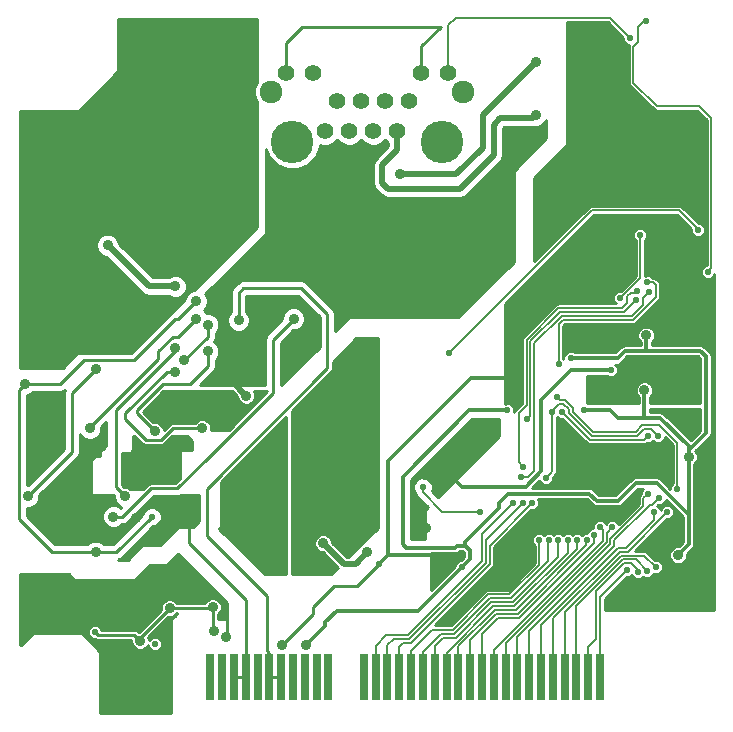
<source format=gbl>
G04 (created by PCBNEW (2013-jul-07)-stable) date Wed 09 Oct 2013 01:20:09 AM EDT*
%MOIN*%
G04 Gerber Fmt 3.4, Leading zero omitted, Abs format*
%FSLAX34Y34*%
G01*
G70*
G90*
G04 APERTURE LIST*
%ADD10C,0.00590551*%
%ADD11C,0.0472441*%
%ADD12R,0.0275X0.1574*%
%ADD13C,0.0551*%
%ADD14C,0.1417*%
%ADD15C,0.0757*%
%ADD16C,0.023*%
%ADD17C,0.035*%
%ADD18C,0.006*%
%ADD19C,0.0133858*%
%ADD20C,0.00984252*%
%ADD21C,0.01*%
%ADD22C,0.019685*%
%ADD23C,0.008*%
G04 APERTURE END LIST*
G54D10*
G54D11*
X84611Y-33245D02*
X84274Y-33357D01*
X83712Y-33357D01*
X83487Y-33245D01*
X83374Y-33132D01*
X83262Y-32907D01*
X83262Y-32682D01*
X83374Y-32457D01*
X83487Y-32345D01*
X83712Y-32232D01*
X84161Y-32120D01*
X84386Y-32007D01*
X84499Y-31895D01*
X84611Y-31670D01*
X84611Y-31445D01*
X84499Y-31220D01*
X84386Y-31107D01*
X84161Y-30995D01*
X83599Y-30995D01*
X83262Y-31107D01*
G54D12*
X77441Y-45787D03*
X77834Y-45787D03*
X78228Y-45787D03*
X78622Y-45787D03*
X79015Y-45787D03*
X79409Y-45787D03*
X79803Y-45787D03*
X80197Y-45787D03*
X80590Y-45787D03*
X80984Y-45787D03*
X81378Y-45787D03*
X82559Y-45787D03*
X82952Y-45787D03*
X83346Y-45787D03*
X83740Y-45787D03*
X84134Y-45787D03*
X84527Y-45787D03*
X84921Y-45787D03*
X85315Y-45787D03*
X85708Y-45787D03*
X86102Y-45787D03*
X86496Y-45787D03*
X86889Y-45787D03*
X87283Y-45787D03*
X87677Y-45787D03*
X88071Y-45787D03*
X88464Y-45787D03*
X88858Y-45787D03*
X89252Y-45787D03*
X89645Y-45787D03*
X90039Y-45787D03*
X90433Y-45787D03*
G54D13*
X84077Y-26602D03*
X83677Y-27602D03*
X83277Y-26602D03*
X82877Y-27602D03*
X82477Y-26602D03*
X82077Y-27602D03*
X81677Y-26602D03*
X81277Y-27602D03*
X85377Y-25652D03*
X84477Y-25652D03*
X80877Y-25652D03*
X79977Y-25652D03*
G54D14*
X85177Y-27952D03*
X80177Y-27952D03*
G54D15*
X79477Y-26282D03*
X85877Y-26282D03*
G54D16*
X91771Y-31062D03*
X91102Y-33149D03*
X87342Y-36909D03*
G54D17*
X91968Y-34409D03*
G54D16*
X89448Y-35157D03*
G54D17*
X93031Y-41732D03*
X80629Y-44724D03*
X93385Y-38464D03*
X91909Y-36240D03*
G54D16*
X89881Y-36909D03*
X85826Y-42125D03*
G54D17*
X84645Y-40826D03*
G54D16*
X90787Y-35570D03*
G54D17*
X77952Y-44448D03*
G54D16*
X75944Y-45433D03*
G54D17*
X71358Y-44291D03*
G54D16*
X75492Y-40452D03*
G54D17*
X73622Y-41633D03*
X76968Y-33267D03*
X71259Y-36023D03*
X76279Y-34842D03*
X74606Y-39763D03*
X77362Y-34940D03*
X75590Y-37598D03*
X73425Y-37500D03*
X76968Y-33858D03*
G54D16*
X87539Y-40000D03*
X87854Y-40000D03*
X88169Y-40000D03*
X88405Y-41240D03*
X88720Y-41240D03*
X89035Y-41240D03*
X89350Y-41240D03*
X89665Y-41240D03*
X89980Y-41240D03*
X90236Y-41062D03*
X90433Y-40807D03*
X90846Y-40807D03*
X92027Y-39685D03*
X92401Y-39822D03*
X92224Y-40295D03*
X92677Y-40295D03*
X92283Y-42125D03*
X92007Y-42263D03*
X91692Y-42283D03*
X91338Y-42224D03*
X93700Y-30905D03*
X85393Y-35000D03*
X84527Y-39468D03*
X86437Y-40295D03*
X91437Y-24507D03*
X88622Y-39173D03*
X88838Y-36948D03*
X92362Y-37755D03*
X92007Y-32637D03*
X89055Y-35354D03*
X88996Y-36476D03*
X93011Y-39527D03*
X92027Y-37755D03*
X89153Y-36948D03*
X91653Y-32913D03*
X87874Y-38779D03*
X87795Y-39133D03*
X92047Y-32952D03*
X91614Y-33228D03*
X87992Y-37204D03*
G54D17*
X78385Y-33897D03*
X74960Y-40511D03*
G54D16*
X73720Y-38385D03*
X72440Y-36909D03*
G54D17*
X77755Y-35531D03*
X78641Y-36417D03*
X76279Y-32775D03*
X74015Y-31397D03*
X76574Y-35236D03*
X77362Y-34055D03*
X71358Y-39763D03*
X73622Y-35531D03*
X77165Y-37500D03*
X76279Y-35629D03*
X75393Y-32086D03*
X76082Y-29330D03*
X73228Y-32677D03*
X73622Y-32677D03*
X74015Y-32677D03*
X74409Y-32677D03*
X74409Y-33070D03*
X74015Y-33070D03*
X73622Y-33070D03*
X73228Y-33070D03*
X77165Y-36548D03*
X76968Y-37106D03*
X76476Y-37106D03*
X75984Y-37106D03*
X75590Y-37106D03*
G54D16*
X87834Y-41456D03*
X93779Y-32913D03*
X91062Y-32322D03*
X92244Y-31692D03*
X93425Y-28858D03*
X91417Y-28346D03*
X83070Y-42027D03*
G54D17*
X93267Y-37362D03*
X79842Y-44724D03*
G54D16*
X85787Y-41732D03*
X75590Y-44685D03*
X91535Y-35354D03*
G54D17*
X90787Y-39527D03*
G54D16*
X90433Y-38425D03*
G54D17*
X94114Y-42165D03*
G54D16*
X94114Y-38877D03*
X87322Y-35826D03*
G54D17*
X82775Y-40059D03*
X82381Y-40059D03*
X81397Y-40059D03*
X80905Y-40157D03*
X81594Y-41043D03*
X82185Y-41043D03*
X81889Y-41338D03*
X81200Y-41338D03*
X82677Y-41633D03*
X88287Y-27066D03*
X74803Y-38582D03*
X75000Y-38090D03*
X76181Y-38090D03*
X76574Y-37992D03*
X88287Y-25295D03*
X83759Y-29035D03*
X77559Y-44251D03*
X77519Y-43464D03*
G54D16*
X73582Y-44291D03*
G54D17*
X76082Y-43503D03*
X75098Y-44586D03*
X79409Y-41692D03*
X78897Y-41653D03*
X78385Y-41220D03*
X78897Y-41220D03*
X79409Y-41220D03*
X74212Y-40452D03*
X80216Y-33858D03*
G54D16*
X91968Y-23937D03*
X94015Y-32283D03*
G54D18*
X91771Y-32480D02*
X91771Y-31062D01*
X91102Y-33149D02*
X91771Y-32480D01*
G54D19*
X83858Y-39114D02*
X86062Y-36909D01*
X83971Y-41484D02*
X83858Y-41371D01*
X85582Y-41484D02*
X83971Y-41484D01*
X85649Y-41417D02*
X85582Y-41484D01*
X85925Y-41417D02*
X85649Y-41417D01*
X87342Y-36909D02*
X86062Y-36909D01*
X83858Y-41371D02*
X83858Y-39114D01*
X85925Y-41417D02*
X85925Y-41279D01*
X85925Y-41279D02*
X87047Y-40157D01*
X87047Y-40157D02*
X87047Y-40000D01*
X87047Y-40000D02*
X87362Y-39685D01*
X87362Y-39685D02*
X90078Y-39685D01*
X90078Y-39685D02*
X90314Y-39921D01*
X90314Y-39921D02*
X91023Y-39921D01*
X91023Y-39921D02*
X91614Y-39330D01*
X91614Y-39330D02*
X92322Y-39330D01*
X92322Y-39330D02*
X93385Y-40393D01*
X91968Y-34409D02*
X91968Y-34921D01*
G54D18*
X89409Y-35157D02*
X89448Y-35157D01*
G54D19*
X91023Y-35157D02*
X89448Y-35157D01*
X91023Y-35157D02*
X91259Y-34921D01*
X91259Y-34921D02*
X91968Y-34921D01*
X93385Y-38228D02*
X93385Y-38236D01*
X91968Y-34921D02*
X93779Y-34921D01*
X93779Y-34921D02*
X93964Y-35106D01*
X93964Y-35106D02*
X93964Y-37657D01*
X93964Y-37657D02*
X93385Y-38236D01*
X86082Y-41870D02*
X85826Y-42125D01*
X86082Y-41870D02*
X86082Y-41574D01*
X86082Y-41574D02*
X85925Y-41417D01*
X93031Y-41732D02*
X93385Y-41377D01*
X93385Y-41377D02*
X93385Y-40393D01*
X93385Y-40393D02*
X93385Y-38464D01*
X84370Y-43582D02*
X85826Y-42125D01*
X81653Y-43582D02*
X84370Y-43582D01*
X81259Y-43976D02*
X81653Y-43582D01*
X81259Y-44094D02*
X81259Y-43976D01*
X80629Y-44724D02*
X81259Y-44094D01*
X91909Y-36240D02*
X91909Y-37165D01*
X91909Y-37165D02*
X91889Y-37165D01*
X93385Y-38228D02*
X93385Y-38110D01*
X92440Y-37165D02*
X91889Y-37165D01*
X93385Y-38110D02*
X92440Y-37165D01*
X91023Y-37165D02*
X91889Y-37165D01*
X90767Y-36909D02*
X91023Y-37165D01*
X89881Y-36909D02*
X90767Y-36909D01*
X93385Y-38464D02*
X93385Y-38228D01*
X90787Y-35570D02*
X89468Y-35570D01*
X88464Y-36574D02*
X88464Y-36614D01*
X84173Y-39370D02*
X84173Y-40354D01*
X84173Y-40354D02*
X84645Y-40826D01*
X88464Y-38405D02*
X88464Y-38937D01*
X88464Y-36614D02*
X88464Y-38405D01*
X84527Y-39015D02*
X84173Y-39370D01*
X85393Y-39015D02*
X84527Y-39015D01*
X85826Y-39448D02*
X85393Y-39015D01*
X87952Y-39448D02*
X85826Y-39448D01*
X88464Y-38937D02*
X87952Y-39448D01*
X89468Y-35570D02*
X88464Y-36574D01*
G54D20*
X77677Y-43110D02*
X77992Y-43425D01*
X75295Y-43602D02*
X75787Y-43110D01*
X77677Y-43110D02*
X75787Y-43110D01*
X73307Y-43602D02*
X75295Y-43602D01*
X77992Y-44409D02*
X77952Y-44448D01*
X77992Y-43425D02*
X77992Y-44409D01*
X77952Y-44448D02*
X77972Y-44429D01*
X73307Y-43602D02*
X73307Y-44370D01*
X74370Y-45433D02*
X75944Y-45433D01*
X73307Y-44370D02*
X74370Y-45433D01*
X72047Y-43602D02*
X73307Y-43602D01*
X71358Y-44291D02*
X72047Y-43602D01*
X76377Y-33858D02*
X76279Y-33858D01*
X72440Y-36023D02*
X71259Y-36023D01*
X73228Y-35236D02*
X72440Y-36023D01*
X74901Y-35236D02*
X73228Y-35236D01*
X76279Y-33858D02*
X74901Y-35236D01*
X74311Y-41633D02*
X73622Y-41633D01*
X75492Y-40452D02*
X74311Y-41633D01*
G54D21*
X73622Y-41633D02*
X72165Y-41633D01*
X72165Y-41633D02*
X71062Y-40531D01*
X71062Y-40531D02*
X71062Y-36220D01*
X71062Y-36220D02*
X71259Y-36023D01*
X76968Y-33267D02*
X76377Y-33858D01*
X76279Y-34842D02*
X76279Y-34940D01*
X74311Y-39468D02*
X74606Y-39763D01*
X74311Y-36909D02*
X74311Y-39468D01*
X76279Y-34940D02*
X74311Y-36909D01*
X77362Y-35433D02*
X77362Y-34940D01*
X75866Y-36043D02*
X75000Y-36909D01*
X76751Y-36043D02*
X75866Y-36043D01*
X75590Y-37598D02*
X75000Y-37007D01*
X75000Y-37007D02*
X75000Y-36909D01*
X76751Y-36043D02*
X77362Y-35433D01*
X73425Y-37470D02*
X73425Y-37500D01*
X75688Y-35206D02*
X73425Y-37470D01*
X75688Y-34940D02*
X75688Y-35206D01*
X76181Y-34448D02*
X75688Y-34940D01*
X76377Y-34448D02*
X76181Y-34448D01*
X76968Y-33858D02*
X76377Y-34448D01*
X85137Y-24114D02*
X80511Y-24114D01*
X79977Y-24648D02*
X79977Y-25652D01*
X80511Y-24114D02*
X79977Y-24648D01*
G54D20*
X84477Y-24774D02*
X85137Y-24114D01*
X84477Y-25652D02*
X84477Y-24774D01*
G54D18*
X82952Y-44763D02*
X82952Y-45787D01*
X83307Y-44409D02*
X82952Y-44763D01*
X84015Y-44409D02*
X83307Y-44409D01*
X86496Y-41929D02*
X84015Y-44409D01*
X86496Y-41043D02*
X86496Y-41929D01*
X87539Y-40000D02*
X86496Y-41043D01*
X83346Y-44743D02*
X83346Y-45787D01*
X83551Y-44539D02*
X83346Y-44743D01*
X84069Y-44539D02*
X83551Y-44539D01*
X86626Y-41982D02*
X84069Y-44539D01*
X86626Y-41228D02*
X86626Y-41982D01*
X87854Y-40000D02*
X86626Y-41228D01*
X83740Y-44802D02*
X83740Y-45787D01*
X83873Y-44669D02*
X83740Y-44802D01*
X84123Y-44669D02*
X83873Y-44669D01*
X86756Y-42036D02*
X84123Y-44669D01*
X86756Y-41413D02*
X86756Y-42036D01*
X88169Y-40000D02*
X86756Y-41413D01*
X84134Y-44940D02*
X84134Y-45787D01*
X84846Y-44228D02*
X84134Y-44940D01*
X85515Y-44228D02*
X84846Y-44228D01*
X86704Y-43038D02*
X85515Y-44228D01*
X87413Y-43038D02*
X86704Y-43038D01*
X88405Y-42046D02*
X87413Y-43038D01*
X88405Y-41240D02*
X88405Y-42046D01*
X88405Y-41240D02*
X88405Y-41240D01*
X84527Y-44973D02*
X84527Y-45787D01*
X85143Y-44358D02*
X84527Y-44973D01*
X85569Y-44358D02*
X85143Y-44358D01*
X86758Y-43168D02*
X85569Y-44358D01*
X87466Y-43168D02*
X86758Y-43168D01*
X88713Y-41922D02*
X87466Y-43168D01*
X88713Y-41247D02*
X88713Y-41922D01*
X88720Y-41240D02*
X88713Y-41247D01*
X84921Y-44763D02*
X84921Y-45787D01*
X85196Y-44488D02*
X84921Y-44763D01*
X85622Y-44488D02*
X85196Y-44488D01*
X86812Y-43298D02*
X85622Y-44488D01*
X87520Y-43298D02*
X86812Y-43298D01*
X89031Y-41787D02*
X87520Y-43298D01*
X89031Y-41243D02*
X89031Y-41787D01*
X89035Y-41240D02*
X89031Y-41243D01*
X85315Y-44979D02*
X85315Y-45787D01*
X86866Y-43428D02*
X85315Y-44979D01*
X87574Y-43428D02*
X86866Y-43428D01*
X89350Y-41653D02*
X87574Y-43428D01*
X89350Y-41240D02*
X89350Y-41653D01*
X89350Y-41240D02*
X89350Y-41240D01*
X85708Y-45787D02*
X85708Y-44769D01*
X87628Y-43558D02*
X86919Y-43558D01*
X89668Y-41518D02*
X87628Y-43558D01*
X89668Y-41243D02*
X89668Y-41518D01*
X89665Y-41240D02*
X89668Y-41243D01*
X85708Y-44769D02*
X86919Y-43558D01*
X87682Y-43688D02*
X87500Y-43688D01*
X89967Y-41404D02*
X87682Y-43688D01*
X89967Y-41253D02*
X89967Y-41404D01*
X89980Y-41240D02*
X89967Y-41253D01*
X86102Y-44559D02*
X86102Y-45787D01*
X86973Y-43688D02*
X86102Y-44559D01*
X87500Y-43688D02*
X86973Y-43688D01*
X86496Y-44349D02*
X86496Y-45787D01*
X87027Y-43818D02*
X86496Y-44349D01*
X87736Y-43818D02*
X87027Y-43818D01*
X90236Y-41318D02*
X87736Y-43818D01*
X90236Y-41062D02*
X90236Y-41318D01*
X86889Y-44887D02*
X86889Y-45787D01*
X90518Y-41258D02*
X86889Y-44887D01*
X90518Y-40892D02*
X90518Y-41258D01*
X90433Y-40807D02*
X90518Y-40892D01*
X87283Y-44677D02*
X87283Y-45787D01*
X90648Y-41312D02*
X87283Y-44677D01*
X90648Y-41005D02*
X90648Y-41312D01*
X90846Y-40807D02*
X90648Y-41005D01*
X87677Y-44467D02*
X87677Y-45787D01*
X90778Y-41366D02*
X87677Y-44467D01*
X90778Y-41183D02*
X90778Y-41366D01*
X91876Y-40085D02*
X90778Y-41183D01*
X91876Y-39836D02*
X91876Y-40085D01*
X92027Y-39685D02*
X91876Y-39836D01*
X88071Y-44257D02*
X88071Y-45787D01*
X90908Y-41420D02*
X88071Y-44257D01*
X90908Y-41237D02*
X90908Y-41420D01*
X92086Y-40059D02*
X90908Y-41237D01*
X92165Y-40059D02*
X92086Y-40059D01*
X92401Y-39822D02*
X92165Y-40059D01*
X88464Y-44047D02*
X88464Y-45787D01*
X91028Y-41484D02*
X88464Y-44047D01*
X91304Y-41484D02*
X91028Y-41484D01*
X92221Y-40567D02*
X91304Y-41484D01*
X92221Y-40298D02*
X92221Y-40567D01*
X92224Y-40295D02*
X92221Y-40298D01*
X88858Y-43837D02*
X88858Y-45787D01*
X91082Y-41614D02*
X88858Y-43837D01*
X91358Y-41614D02*
X91082Y-41614D01*
X92677Y-40295D02*
X91358Y-41614D01*
X89252Y-43627D02*
X89252Y-45787D01*
X91132Y-41747D02*
X89252Y-43627D01*
X91905Y-41747D02*
X91132Y-41747D01*
X92283Y-42125D02*
X91905Y-41747D01*
X89645Y-43418D02*
X89645Y-45787D01*
X91186Y-41877D02*
X89645Y-43418D01*
X91621Y-41877D02*
X91186Y-41877D01*
X92007Y-42263D02*
X91621Y-41877D01*
X90039Y-44802D02*
X90039Y-45787D01*
X90303Y-44538D02*
X90039Y-44802D01*
X90303Y-42944D02*
X90303Y-44538D01*
X91240Y-42007D02*
X90303Y-42944D01*
X91476Y-42007D02*
X91240Y-42007D01*
X91692Y-42224D02*
X91476Y-42007D01*
X91692Y-42283D02*
X91692Y-42224D01*
X90433Y-43129D02*
X90433Y-45787D01*
X91338Y-42224D02*
X90433Y-43129D01*
X93700Y-30866D02*
X93700Y-30905D01*
X93070Y-30236D02*
X93700Y-30866D01*
X90157Y-30236D02*
X93070Y-30236D01*
X85393Y-35000D02*
X90157Y-30236D01*
X85177Y-40295D02*
X84527Y-39645D01*
X84527Y-39645D02*
X84527Y-39468D01*
X86437Y-40295D02*
X85177Y-40295D01*
X85377Y-24071D02*
X85377Y-25652D01*
X85629Y-23818D02*
X85377Y-24071D01*
X90748Y-23818D02*
X85629Y-23818D01*
X91437Y-24507D02*
X90748Y-23818D01*
X88622Y-39173D02*
X88838Y-38956D01*
X88838Y-38937D02*
X88838Y-36948D01*
X88838Y-36929D02*
X88838Y-36948D01*
X89074Y-36692D02*
X88838Y-36929D01*
X89212Y-36692D02*
X89074Y-36692D01*
X89389Y-36870D02*
X89212Y-36692D01*
X89389Y-37001D02*
X89389Y-36870D01*
X90152Y-37763D02*
X89389Y-37001D01*
X91673Y-37763D02*
X90152Y-37763D01*
X91897Y-37539D02*
X91673Y-37763D01*
X92145Y-37539D02*
X91897Y-37539D01*
X92362Y-37755D02*
X92145Y-37539D01*
X92007Y-32637D02*
X92204Y-32637D01*
X92204Y-32637D02*
X92283Y-32716D01*
X92283Y-32716D02*
X92283Y-33136D01*
X92283Y-33136D02*
X91538Y-33882D01*
X91538Y-33882D02*
X89202Y-33882D01*
X89202Y-33882D02*
X89055Y-34029D01*
X89055Y-34029D02*
X89055Y-35354D01*
X89082Y-36562D02*
X88996Y-36476D01*
X89266Y-36562D02*
X89082Y-36562D01*
X89519Y-36816D02*
X89266Y-36562D01*
X89519Y-36947D02*
X89519Y-36816D01*
X90206Y-37633D02*
X89519Y-36947D01*
X91619Y-37633D02*
X90206Y-37633D01*
X91843Y-37409D02*
X91619Y-37633D01*
X92409Y-37409D02*
X91843Y-37409D01*
X93011Y-38011D02*
X92409Y-37409D01*
X93011Y-39527D02*
X93011Y-38011D01*
X92027Y-37755D02*
X91889Y-37893D01*
X91889Y-37893D02*
X90098Y-37893D01*
X90098Y-37893D02*
X89153Y-36948D01*
X87980Y-34552D02*
X87980Y-36744D01*
X91653Y-32913D02*
X91574Y-32992D01*
X91574Y-32992D02*
X91456Y-32992D01*
X91456Y-32992D02*
X91338Y-33110D01*
X91338Y-33110D02*
X91338Y-33320D01*
X91338Y-33320D02*
X91166Y-33492D01*
X91166Y-33492D02*
X89040Y-33492D01*
X89040Y-33492D02*
X87980Y-34552D01*
X87716Y-38622D02*
X87874Y-38779D01*
X87716Y-37007D02*
X87716Y-38622D01*
X87980Y-36744D02*
X87716Y-37007D01*
X88031Y-39133D02*
X87795Y-39133D01*
X88240Y-38925D02*
X88031Y-39133D01*
X88240Y-34660D02*
X88240Y-38925D01*
X89148Y-33752D02*
X88240Y-34660D01*
X91484Y-33752D02*
X89148Y-33752D01*
X91850Y-33385D02*
X91484Y-33752D01*
X91850Y-33149D02*
X91850Y-33385D01*
X92047Y-32952D02*
X91850Y-33149D01*
X88110Y-34606D02*
X88110Y-37086D01*
X91614Y-33228D02*
X91220Y-33622D01*
X91220Y-33622D02*
X89094Y-33622D01*
X89094Y-33622D02*
X88110Y-34606D01*
X88110Y-37086D02*
X87992Y-37204D01*
G54D20*
X79409Y-45787D02*
X79409Y-45000D01*
X79409Y-45000D02*
X79330Y-44921D01*
X79330Y-44921D02*
X79330Y-43110D01*
X79330Y-43110D02*
X77322Y-41102D01*
X77322Y-41102D02*
X77322Y-39527D01*
X77322Y-39527D02*
X81338Y-35511D01*
X81338Y-35511D02*
X81338Y-33700D01*
X81338Y-33700D02*
X80472Y-32834D01*
X80472Y-32834D02*
X78543Y-32834D01*
X78543Y-32834D02*
X78385Y-32992D01*
X78385Y-32992D02*
X78385Y-33897D01*
X79803Y-45787D02*
X79409Y-45787D01*
X78622Y-45787D02*
X78622Y-43229D01*
X76062Y-39960D02*
X75433Y-39960D01*
X75433Y-39960D02*
X74960Y-40433D01*
X74960Y-40433D02*
X74960Y-40511D01*
X76732Y-40629D02*
X76062Y-39960D01*
X76732Y-41338D02*
X76732Y-40629D01*
X78622Y-43229D02*
X76732Y-41338D01*
X78228Y-45787D02*
X78622Y-45787D01*
G54D22*
X78641Y-36417D02*
X77755Y-35531D01*
X75393Y-32775D02*
X76279Y-32775D01*
X74015Y-31397D02*
X75393Y-32775D01*
G54D21*
X76574Y-35236D02*
X77362Y-34448D01*
X77362Y-34448D02*
X77362Y-34055D01*
X72834Y-38287D02*
X72834Y-36318D01*
X71358Y-39763D02*
X72834Y-38287D01*
X72834Y-36318D02*
X73622Y-35531D01*
G54D20*
X77165Y-37500D02*
X76181Y-37500D01*
X76181Y-37500D02*
X75787Y-37893D01*
G54D21*
X75984Y-35629D02*
X74606Y-37007D01*
X74606Y-37007D02*
X74606Y-37204D01*
G54D20*
X75787Y-37893D02*
X75295Y-37893D01*
X75295Y-37893D02*
X74606Y-37204D01*
G54D21*
X76279Y-35629D02*
X75984Y-35629D01*
G54D22*
X75393Y-30314D02*
X75393Y-30019D01*
X75393Y-30314D02*
X75393Y-32086D01*
X75393Y-30019D02*
X76082Y-29330D01*
G54D20*
X73622Y-32677D02*
X73228Y-32677D01*
X74409Y-32677D02*
X74015Y-32677D01*
X74015Y-33070D02*
X74409Y-33070D01*
X73228Y-33070D02*
X73622Y-33070D01*
X77165Y-36548D02*
X77165Y-36515D01*
X76476Y-37106D02*
X76968Y-37106D01*
X75590Y-37106D02*
X75984Y-37106D01*
G54D18*
X87322Y-35826D02*
X87322Y-33976D01*
X88976Y-32322D02*
X91062Y-32322D01*
X87322Y-33976D02*
X88976Y-32322D01*
X94192Y-34842D02*
X94192Y-33326D01*
G54D19*
X94192Y-34842D02*
X94192Y-38799D01*
X94114Y-38877D02*
X94192Y-38799D01*
G54D18*
X94192Y-33326D02*
X93779Y-32913D01*
X92559Y-31692D02*
X93779Y-32913D01*
X92559Y-31692D02*
X92244Y-31692D01*
X92244Y-30748D02*
X92244Y-31692D01*
X91062Y-32322D02*
X91259Y-32125D01*
X91259Y-32125D02*
X91259Y-30905D01*
X91259Y-30905D02*
X91496Y-30669D01*
X91496Y-30669D02*
X92165Y-30669D01*
X92165Y-30669D02*
X92244Y-30748D01*
X92913Y-28346D02*
X91417Y-28346D01*
X93425Y-28858D02*
X92913Y-28346D01*
G54D19*
X83366Y-41732D02*
X83366Y-38602D01*
X86141Y-35826D02*
X87322Y-35826D01*
X83366Y-38602D02*
X86141Y-35826D01*
G54D20*
X82342Y-42755D02*
X83070Y-42027D01*
X81574Y-42755D02*
X82342Y-42755D01*
X80866Y-43464D02*
X81574Y-42755D01*
X80866Y-43700D02*
X80866Y-43464D01*
X79842Y-44724D02*
X80866Y-43700D01*
G54D18*
X83602Y-41732D02*
X83661Y-41732D01*
G54D19*
X85216Y-41732D02*
X83661Y-41732D01*
X85216Y-41732D02*
X85787Y-41732D01*
X83661Y-41732D02*
X83543Y-41732D01*
X83543Y-41732D02*
X83366Y-41732D01*
X83366Y-41732D02*
X83070Y-42027D01*
G54D23*
X90787Y-39527D02*
X90433Y-39173D01*
X90433Y-39173D02*
X90433Y-38425D01*
G54D19*
X94114Y-38877D02*
X94114Y-42165D01*
G54D22*
X82381Y-40059D02*
X82775Y-40059D01*
X81003Y-40059D02*
X81397Y-40059D01*
X80905Y-40157D02*
X81003Y-40059D01*
X81889Y-41338D02*
X82185Y-41043D01*
X82283Y-42027D02*
X81889Y-42027D01*
X81889Y-42027D02*
X81200Y-41338D01*
X82677Y-41633D02*
X82283Y-42027D01*
X88287Y-27066D02*
X88188Y-27165D01*
X88188Y-27165D02*
X87106Y-27165D01*
X87106Y-27165D02*
X86889Y-27381D01*
X86889Y-27381D02*
X86889Y-28405D01*
X86889Y-28405D02*
X85767Y-29527D01*
X85767Y-29527D02*
X83366Y-29527D01*
X83366Y-29527D02*
X83169Y-29330D01*
X83169Y-29330D02*
X83169Y-28740D01*
X83169Y-28740D02*
X83677Y-28232D01*
X83677Y-28232D02*
X83677Y-27602D01*
G54D20*
X74803Y-38287D02*
X74803Y-38582D01*
X75000Y-38090D02*
X74803Y-38287D01*
X76476Y-38090D02*
X76181Y-38090D01*
X76574Y-37992D02*
X76476Y-38090D01*
G54D22*
X88287Y-25295D02*
X86515Y-27066D01*
X86515Y-27066D02*
X86515Y-28149D01*
X86515Y-28149D02*
X85629Y-29035D01*
X85629Y-29035D02*
X83759Y-29035D01*
G54D20*
X77519Y-44015D02*
X77519Y-44212D01*
X77519Y-44015D02*
X77519Y-43464D01*
X77519Y-44212D02*
X77559Y-44251D01*
X77480Y-43503D02*
X76082Y-43503D01*
X77519Y-43464D02*
X77480Y-43503D01*
X74901Y-44389D02*
X75098Y-44586D01*
X73681Y-44389D02*
X74901Y-44389D01*
X73582Y-44291D02*
X73681Y-44389D01*
X75098Y-44586D02*
X75098Y-44488D01*
X75098Y-44488D02*
X76082Y-43503D01*
G54D19*
X78897Y-41220D02*
X78897Y-41653D01*
X78897Y-41220D02*
X79409Y-41220D01*
G54D20*
X75452Y-39507D02*
X76338Y-39507D01*
X76338Y-39507D02*
X77362Y-38484D01*
G54D21*
X74507Y-40452D02*
X75452Y-39507D01*
X74212Y-40452D02*
X74507Y-40452D01*
X79527Y-34547D02*
X80216Y-33858D01*
X79527Y-36318D02*
X79527Y-34547D01*
X77362Y-38484D02*
X79527Y-36318D01*
G54D18*
X91968Y-23937D02*
X91889Y-23937D01*
X91692Y-24133D02*
X91692Y-24645D01*
X91889Y-23937D02*
X91692Y-24133D01*
X94133Y-30511D02*
X94133Y-32165D01*
X91692Y-24645D02*
X91535Y-24803D01*
X91535Y-24803D02*
X91535Y-25984D01*
X91535Y-25984D02*
X92322Y-26771D01*
X92322Y-26771D02*
X93740Y-26771D01*
X94133Y-30511D02*
X94133Y-27165D01*
X93740Y-26771D02*
X94133Y-27165D01*
X94133Y-32165D02*
X94015Y-32283D01*
G54D10*
G36*
X85895Y-41792D02*
X85797Y-41890D01*
X85780Y-41890D01*
X85693Y-41926D01*
X85627Y-41992D01*
X85591Y-42079D01*
X85591Y-42096D01*
X84794Y-42894D01*
X84794Y-41671D01*
X85582Y-41671D01*
X85654Y-41656D01*
X85714Y-41616D01*
X85727Y-41604D01*
X85847Y-41604D01*
X85895Y-41652D01*
X85895Y-41792D01*
X85895Y-41792D01*
G37*
G54D21*
X85895Y-41792D02*
X85797Y-41890D01*
X85780Y-41890D01*
X85693Y-41926D01*
X85627Y-41992D01*
X85591Y-42079D01*
X85591Y-42096D01*
X84794Y-42894D01*
X84794Y-41671D01*
X85582Y-41671D01*
X85654Y-41656D01*
X85714Y-41616D01*
X85727Y-41604D01*
X85847Y-41604D01*
X85895Y-41652D01*
X85895Y-41792D01*
G54D10*
G36*
X91862Y-39517D02*
X91828Y-39551D01*
X91792Y-39638D01*
X91792Y-39707D01*
X91770Y-39729D01*
X91737Y-39778D01*
X91726Y-39836D01*
X91726Y-40023D01*
X91054Y-40695D01*
X91045Y-40674D01*
X90979Y-40607D01*
X90893Y-40572D01*
X90799Y-40572D01*
X90713Y-40607D01*
X90647Y-40673D01*
X90639Y-40692D01*
X90632Y-40674D01*
X90566Y-40607D01*
X90480Y-40572D01*
X90386Y-40572D01*
X90300Y-40607D01*
X90233Y-40673D01*
X90198Y-40760D01*
X90198Y-40827D01*
X90189Y-40827D01*
X90103Y-40863D01*
X90037Y-40929D01*
X90005Y-41005D01*
X89933Y-41005D01*
X89847Y-41040D01*
X89822Y-41065D01*
X89798Y-41041D01*
X89712Y-41005D01*
X89618Y-41005D01*
X89532Y-41040D01*
X89507Y-41065D01*
X89483Y-41041D01*
X89397Y-41005D01*
X89303Y-41005D01*
X89217Y-41040D01*
X89192Y-41065D01*
X89168Y-41041D01*
X89082Y-41005D01*
X88988Y-41005D01*
X88902Y-41040D01*
X88877Y-41065D01*
X88853Y-41041D01*
X88767Y-41005D01*
X88673Y-41005D01*
X88587Y-41040D01*
X88563Y-41065D01*
X88538Y-41041D01*
X88452Y-41005D01*
X88358Y-41005D01*
X88272Y-41040D01*
X88206Y-41106D01*
X88170Y-41193D01*
X88170Y-41286D01*
X88206Y-41373D01*
X88255Y-41422D01*
X88255Y-41984D01*
X87351Y-42888D01*
X86704Y-42888D01*
X86647Y-42900D01*
X86598Y-42932D01*
X86598Y-42932D01*
X85453Y-44078D01*
X84926Y-44078D01*
X86862Y-42142D01*
X86862Y-42142D01*
X86862Y-42142D01*
X86894Y-42094D01*
X86894Y-42094D01*
X86906Y-42036D01*
X86906Y-41475D01*
X88146Y-40234D01*
X88215Y-40235D01*
X88302Y-40199D01*
X88368Y-40133D01*
X88404Y-40046D01*
X88404Y-39953D01*
X88370Y-39871D01*
X90001Y-39871D01*
X90182Y-40053D01*
X90243Y-40093D01*
X90314Y-40108D01*
X91023Y-40108D01*
X91095Y-40093D01*
X91155Y-40053D01*
X91691Y-39517D01*
X91862Y-39517D01*
X91862Y-39517D01*
G37*
G54D21*
X91862Y-39517D02*
X91828Y-39551D01*
X91792Y-39638D01*
X91792Y-39707D01*
X91770Y-39729D01*
X91737Y-39778D01*
X91726Y-39836D01*
X91726Y-40023D01*
X91054Y-40695D01*
X91045Y-40674D01*
X90979Y-40607D01*
X90893Y-40572D01*
X90799Y-40572D01*
X90713Y-40607D01*
X90647Y-40673D01*
X90639Y-40692D01*
X90632Y-40674D01*
X90566Y-40607D01*
X90480Y-40572D01*
X90386Y-40572D01*
X90300Y-40607D01*
X90233Y-40673D01*
X90198Y-40760D01*
X90198Y-40827D01*
X90189Y-40827D01*
X90103Y-40863D01*
X90037Y-40929D01*
X90005Y-41005D01*
X89933Y-41005D01*
X89847Y-41040D01*
X89822Y-41065D01*
X89798Y-41041D01*
X89712Y-41005D01*
X89618Y-41005D01*
X89532Y-41040D01*
X89507Y-41065D01*
X89483Y-41041D01*
X89397Y-41005D01*
X89303Y-41005D01*
X89217Y-41040D01*
X89192Y-41065D01*
X89168Y-41041D01*
X89082Y-41005D01*
X88988Y-41005D01*
X88902Y-41040D01*
X88877Y-41065D01*
X88853Y-41041D01*
X88767Y-41005D01*
X88673Y-41005D01*
X88587Y-41040D01*
X88563Y-41065D01*
X88538Y-41041D01*
X88452Y-41005D01*
X88358Y-41005D01*
X88272Y-41040D01*
X88206Y-41106D01*
X88170Y-41193D01*
X88170Y-41286D01*
X88206Y-41373D01*
X88255Y-41422D01*
X88255Y-41984D01*
X87351Y-42888D01*
X86704Y-42888D01*
X86647Y-42900D01*
X86598Y-42932D01*
X86598Y-42932D01*
X85453Y-44078D01*
X84926Y-44078D01*
X86862Y-42142D01*
X86862Y-42142D01*
X86862Y-42142D01*
X86894Y-42094D01*
X86894Y-42094D01*
X86906Y-42036D01*
X86906Y-41475D01*
X88146Y-40234D01*
X88215Y-40235D01*
X88302Y-40199D01*
X88368Y-40133D01*
X88404Y-40046D01*
X88404Y-39953D01*
X88370Y-39871D01*
X90001Y-39871D01*
X90182Y-40053D01*
X90243Y-40093D01*
X90314Y-40108D01*
X91023Y-40108D01*
X91095Y-40093D01*
X91155Y-40053D01*
X91691Y-39517D01*
X91862Y-39517D01*
G54D10*
G36*
X92861Y-39345D02*
X92812Y-39394D01*
X92776Y-39480D01*
X92776Y-39520D01*
X92455Y-39198D01*
X92394Y-39158D01*
X92322Y-39143D01*
X91614Y-39143D01*
X91542Y-39158D01*
X91481Y-39198D01*
X90946Y-39734D01*
X90392Y-39734D01*
X90210Y-39552D01*
X90150Y-39512D01*
X90078Y-39498D01*
X88167Y-39498D01*
X88404Y-39261D01*
X88422Y-39306D01*
X88488Y-39372D01*
X88575Y-39408D01*
X88668Y-39408D01*
X88754Y-39372D01*
X88821Y-39306D01*
X88857Y-39220D01*
X88857Y-39150D01*
X88944Y-39062D01*
X88977Y-39014D01*
X88988Y-38956D01*
X88986Y-38946D01*
X88988Y-38937D01*
X88988Y-37131D01*
X88996Y-37123D01*
X89020Y-37147D01*
X89106Y-37183D01*
X89176Y-37183D01*
X89992Y-37999D01*
X89992Y-37999D01*
X90041Y-38032D01*
X90041Y-38032D01*
X90098Y-38043D01*
X91889Y-38043D01*
X91947Y-38032D01*
X91947Y-38032D01*
X91995Y-37999D01*
X92004Y-37990D01*
X92074Y-37990D01*
X92160Y-37955D01*
X92194Y-37920D01*
X92228Y-37955D01*
X92315Y-37990D01*
X92408Y-37990D01*
X92495Y-37955D01*
X92561Y-37889D01*
X92595Y-37807D01*
X92861Y-38073D01*
X92861Y-39345D01*
X92861Y-39345D01*
G37*
G54D21*
X92861Y-39345D02*
X92812Y-39394D01*
X92776Y-39480D01*
X92776Y-39520D01*
X92455Y-39198D01*
X92394Y-39158D01*
X92322Y-39143D01*
X91614Y-39143D01*
X91542Y-39158D01*
X91481Y-39198D01*
X90946Y-39734D01*
X90392Y-39734D01*
X90210Y-39552D01*
X90150Y-39512D01*
X90078Y-39498D01*
X88167Y-39498D01*
X88404Y-39261D01*
X88422Y-39306D01*
X88488Y-39372D01*
X88575Y-39408D01*
X88668Y-39408D01*
X88754Y-39372D01*
X88821Y-39306D01*
X88857Y-39220D01*
X88857Y-39150D01*
X88944Y-39062D01*
X88977Y-39014D01*
X88988Y-38956D01*
X88986Y-38946D01*
X88988Y-38937D01*
X88988Y-37131D01*
X88996Y-37123D01*
X89020Y-37147D01*
X89106Y-37183D01*
X89176Y-37183D01*
X89992Y-37999D01*
X89992Y-37999D01*
X90041Y-38032D01*
X90041Y-38032D01*
X90098Y-38043D01*
X91889Y-38043D01*
X91947Y-38032D01*
X91947Y-38032D01*
X91995Y-37999D01*
X92004Y-37990D01*
X92074Y-37990D01*
X92160Y-37955D01*
X92194Y-37920D01*
X92228Y-37955D01*
X92315Y-37990D01*
X92408Y-37990D01*
X92495Y-37955D01*
X92561Y-37889D01*
X92595Y-37807D01*
X92861Y-38073D01*
X92861Y-39345D01*
G54D10*
G36*
X93777Y-37580D02*
X93448Y-37908D01*
X92573Y-37033D01*
X92512Y-36992D01*
X92440Y-36978D01*
X92096Y-36978D01*
X92096Y-36861D01*
X93777Y-36861D01*
X93777Y-37580D01*
X93777Y-37580D01*
G37*
G54D21*
X93777Y-37580D02*
X93448Y-37908D01*
X92573Y-37033D01*
X92512Y-36992D01*
X92440Y-36978D01*
X92096Y-36978D01*
X92096Y-36861D01*
X93777Y-36861D01*
X93777Y-37580D01*
G54D10*
G36*
X94241Y-43552D02*
X94144Y-43552D01*
X94094Y-43552D01*
X90583Y-43552D01*
X90583Y-43191D01*
X91315Y-42459D01*
X91385Y-42459D01*
X91471Y-42423D01*
X91489Y-42406D01*
X91493Y-42416D01*
X91559Y-42482D01*
X91645Y-42518D01*
X91739Y-42518D01*
X91825Y-42482D01*
X91860Y-42448D01*
X91874Y-42462D01*
X91960Y-42498D01*
X92054Y-42498D01*
X92140Y-42463D01*
X92206Y-42397D01*
X92224Y-42355D01*
X92236Y-42360D01*
X92330Y-42361D01*
X92416Y-42325D01*
X92482Y-42259D01*
X92518Y-42172D01*
X92518Y-42079D01*
X92482Y-41993D01*
X92416Y-41926D01*
X92330Y-41891D01*
X92260Y-41890D01*
X92011Y-41641D01*
X91962Y-41609D01*
X91905Y-41597D01*
X91586Y-41597D01*
X92654Y-40530D01*
X92723Y-40530D01*
X92810Y-40494D01*
X92876Y-40428D01*
X92912Y-40342D01*
X92912Y-40248D01*
X92876Y-40162D01*
X92810Y-40096D01*
X92724Y-40060D01*
X92630Y-40060D01*
X92544Y-40095D01*
X92478Y-40161D01*
X92450Y-40227D01*
X92423Y-40162D01*
X92357Y-40096D01*
X92345Y-40091D01*
X92378Y-40057D01*
X92448Y-40057D01*
X92534Y-40022D01*
X92600Y-39956D01*
X92625Y-39897D01*
X93198Y-40471D01*
X93198Y-41300D01*
X93062Y-41437D01*
X92973Y-41437D01*
X92864Y-41482D01*
X92781Y-41564D01*
X92736Y-41673D01*
X92736Y-41790D01*
X92781Y-41899D01*
X92864Y-41982D01*
X92972Y-42027D01*
X93089Y-42027D01*
X93198Y-41982D01*
X93281Y-41899D01*
X93326Y-41791D01*
X93326Y-41701D01*
X93518Y-41510D01*
X93558Y-41449D01*
X93572Y-41377D01*
X93572Y-41377D01*
X93572Y-40393D01*
X93572Y-38694D01*
X93635Y-38631D01*
X93680Y-38523D01*
X93680Y-38406D01*
X93636Y-38297D01*
X93612Y-38273D01*
X94096Y-37789D01*
X94137Y-37729D01*
X94144Y-37692D01*
X94144Y-37692D01*
X94151Y-37657D01*
X94151Y-37657D01*
X94151Y-35106D01*
X94137Y-35034D01*
X94137Y-35034D01*
X94123Y-35014D01*
X94096Y-34974D01*
X94096Y-34974D01*
X93911Y-34789D01*
X93851Y-34748D01*
X93779Y-34734D01*
X92155Y-34734D01*
X92155Y-34639D01*
X92218Y-34576D01*
X92263Y-34468D01*
X92263Y-34351D01*
X92218Y-34242D01*
X92135Y-34159D01*
X92027Y-34114D01*
X91910Y-34114D01*
X91801Y-34159D01*
X91718Y-34242D01*
X91673Y-34350D01*
X91673Y-34467D01*
X91718Y-34576D01*
X91781Y-34639D01*
X91781Y-34734D01*
X91259Y-34734D01*
X91188Y-34748D01*
X91127Y-34789D01*
X90946Y-34970D01*
X89594Y-34970D01*
X89582Y-34958D01*
X89495Y-34922D01*
X89402Y-34922D01*
X89315Y-34958D01*
X89249Y-35024D01*
X89213Y-35110D01*
X89213Y-35180D01*
X89205Y-35171D01*
X89205Y-34091D01*
X89264Y-34032D01*
X91538Y-34032D01*
X91595Y-34020D01*
X91595Y-34020D01*
X91644Y-33988D01*
X92389Y-33242D01*
X92389Y-33242D01*
X92389Y-33242D01*
X92422Y-33194D01*
X92422Y-33194D01*
X92433Y-33136D01*
X92433Y-32716D01*
X92433Y-32716D01*
X92433Y-32716D01*
X92431Y-32705D01*
X92422Y-32659D01*
X92422Y-32659D01*
X92389Y-32610D01*
X92389Y-32610D01*
X92310Y-32531D01*
X92262Y-32499D01*
X92204Y-32487D01*
X92190Y-32487D01*
X92141Y-32438D01*
X92054Y-32402D01*
X91961Y-32402D01*
X91921Y-32419D01*
X91921Y-31245D01*
X91970Y-31196D01*
X92006Y-31109D01*
X92006Y-31016D01*
X91970Y-30930D01*
X91904Y-30863D01*
X91818Y-30828D01*
X91725Y-30827D01*
X91638Y-30863D01*
X91572Y-30929D01*
X91536Y-31016D01*
X91536Y-31109D01*
X91572Y-31195D01*
X91621Y-31245D01*
X91621Y-32418D01*
X91125Y-32914D01*
X91055Y-32914D01*
X90969Y-32950D01*
X90903Y-33016D01*
X90867Y-33102D01*
X90867Y-33196D01*
X90903Y-33282D01*
X90962Y-33342D01*
X89040Y-33342D01*
X88983Y-33353D01*
X88934Y-33385D01*
X88934Y-33385D01*
X87874Y-34446D01*
X87841Y-34495D01*
X87830Y-34552D01*
X87830Y-36682D01*
X87610Y-36901D01*
X87577Y-36950D01*
X87577Y-36952D01*
X87577Y-36862D01*
X87541Y-36776D01*
X87475Y-36710D01*
X87389Y-36674D01*
X87295Y-36674D01*
X87254Y-36691D01*
X87254Y-33351D01*
X90219Y-30386D01*
X93008Y-30386D01*
X93470Y-30847D01*
X93465Y-30858D01*
X93465Y-30952D01*
X93501Y-31038D01*
X93567Y-31104D01*
X93653Y-31140D01*
X93747Y-31140D01*
X93833Y-31104D01*
X93899Y-31038D01*
X93935Y-30952D01*
X93935Y-30858D01*
X93900Y-30772D01*
X93834Y-30706D01*
X93747Y-30670D01*
X93717Y-30670D01*
X93176Y-30130D01*
X93128Y-30097D01*
X93070Y-30086D01*
X90157Y-30086D01*
X90100Y-30097D01*
X90051Y-30130D01*
X88238Y-31942D01*
X88238Y-29154D01*
X89321Y-28071D01*
X89321Y-23968D01*
X90685Y-23968D01*
X91202Y-24485D01*
X91201Y-24554D01*
X91237Y-24640D01*
X91303Y-24706D01*
X91390Y-24742D01*
X91398Y-24742D01*
X91396Y-24745D01*
X91385Y-24803D01*
X91385Y-25984D01*
X91396Y-26041D01*
X91429Y-26090D01*
X92216Y-26877D01*
X92265Y-26910D01*
X92265Y-26910D01*
X92322Y-26921D01*
X93678Y-26921D01*
X93983Y-27227D01*
X93983Y-30511D01*
X93983Y-32048D01*
X93969Y-32048D01*
X93882Y-32084D01*
X93816Y-32150D01*
X93780Y-32236D01*
X93780Y-32330D01*
X93816Y-32416D01*
X93882Y-32482D01*
X93968Y-32518D01*
X94062Y-32518D01*
X94148Y-32482D01*
X94214Y-32416D01*
X94241Y-32352D01*
X94241Y-43552D01*
X94241Y-43552D01*
G37*
G54D21*
X94241Y-43552D02*
X94144Y-43552D01*
X94094Y-43552D01*
X90583Y-43552D01*
X90583Y-43191D01*
X91315Y-42459D01*
X91385Y-42459D01*
X91471Y-42423D01*
X91489Y-42406D01*
X91493Y-42416D01*
X91559Y-42482D01*
X91645Y-42518D01*
X91739Y-42518D01*
X91825Y-42482D01*
X91860Y-42448D01*
X91874Y-42462D01*
X91960Y-42498D01*
X92054Y-42498D01*
X92140Y-42463D01*
X92206Y-42397D01*
X92224Y-42355D01*
X92236Y-42360D01*
X92330Y-42361D01*
X92416Y-42325D01*
X92482Y-42259D01*
X92518Y-42172D01*
X92518Y-42079D01*
X92482Y-41993D01*
X92416Y-41926D01*
X92330Y-41891D01*
X92260Y-41890D01*
X92011Y-41641D01*
X91962Y-41609D01*
X91905Y-41597D01*
X91586Y-41597D01*
X92654Y-40530D01*
X92723Y-40530D01*
X92810Y-40494D01*
X92876Y-40428D01*
X92912Y-40342D01*
X92912Y-40248D01*
X92876Y-40162D01*
X92810Y-40096D01*
X92724Y-40060D01*
X92630Y-40060D01*
X92544Y-40095D01*
X92478Y-40161D01*
X92450Y-40227D01*
X92423Y-40162D01*
X92357Y-40096D01*
X92345Y-40091D01*
X92378Y-40057D01*
X92448Y-40057D01*
X92534Y-40022D01*
X92600Y-39956D01*
X92625Y-39897D01*
X93198Y-40471D01*
X93198Y-41300D01*
X93062Y-41437D01*
X92973Y-41437D01*
X92864Y-41482D01*
X92781Y-41564D01*
X92736Y-41673D01*
X92736Y-41790D01*
X92781Y-41899D01*
X92864Y-41982D01*
X92972Y-42027D01*
X93089Y-42027D01*
X93198Y-41982D01*
X93281Y-41899D01*
X93326Y-41791D01*
X93326Y-41701D01*
X93518Y-41510D01*
X93558Y-41449D01*
X93572Y-41377D01*
X93572Y-41377D01*
X93572Y-40393D01*
X93572Y-38694D01*
X93635Y-38631D01*
X93680Y-38523D01*
X93680Y-38406D01*
X93636Y-38297D01*
X93612Y-38273D01*
X94096Y-37789D01*
X94137Y-37729D01*
X94144Y-37692D01*
X94144Y-37692D01*
X94151Y-37657D01*
X94151Y-37657D01*
X94151Y-35106D01*
X94137Y-35034D01*
X94137Y-35034D01*
X94123Y-35014D01*
X94096Y-34974D01*
X94096Y-34974D01*
X93911Y-34789D01*
X93851Y-34748D01*
X93779Y-34734D01*
X92155Y-34734D01*
X92155Y-34639D01*
X92218Y-34576D01*
X92263Y-34468D01*
X92263Y-34351D01*
X92218Y-34242D01*
X92135Y-34159D01*
X92027Y-34114D01*
X91910Y-34114D01*
X91801Y-34159D01*
X91718Y-34242D01*
X91673Y-34350D01*
X91673Y-34467D01*
X91718Y-34576D01*
X91781Y-34639D01*
X91781Y-34734D01*
X91259Y-34734D01*
X91188Y-34748D01*
X91127Y-34789D01*
X90946Y-34970D01*
X89594Y-34970D01*
X89582Y-34958D01*
X89495Y-34922D01*
X89402Y-34922D01*
X89315Y-34958D01*
X89249Y-35024D01*
X89213Y-35110D01*
X89213Y-35180D01*
X89205Y-35171D01*
X89205Y-34091D01*
X89264Y-34032D01*
X91538Y-34032D01*
X91595Y-34020D01*
X91595Y-34020D01*
X91644Y-33988D01*
X92389Y-33242D01*
X92389Y-33242D01*
X92389Y-33242D01*
X92422Y-33194D01*
X92422Y-33194D01*
X92433Y-33136D01*
X92433Y-32716D01*
X92433Y-32716D01*
X92433Y-32716D01*
X92431Y-32705D01*
X92422Y-32659D01*
X92422Y-32659D01*
X92389Y-32610D01*
X92389Y-32610D01*
X92310Y-32531D01*
X92262Y-32499D01*
X92204Y-32487D01*
X92190Y-32487D01*
X92141Y-32438D01*
X92054Y-32402D01*
X91961Y-32402D01*
X91921Y-32419D01*
X91921Y-31245D01*
X91970Y-31196D01*
X92006Y-31109D01*
X92006Y-31016D01*
X91970Y-30930D01*
X91904Y-30863D01*
X91818Y-30828D01*
X91725Y-30827D01*
X91638Y-30863D01*
X91572Y-30929D01*
X91536Y-31016D01*
X91536Y-31109D01*
X91572Y-31195D01*
X91621Y-31245D01*
X91621Y-32418D01*
X91125Y-32914D01*
X91055Y-32914D01*
X90969Y-32950D01*
X90903Y-33016D01*
X90867Y-33102D01*
X90867Y-33196D01*
X90903Y-33282D01*
X90962Y-33342D01*
X89040Y-33342D01*
X88983Y-33353D01*
X88934Y-33385D01*
X88934Y-33385D01*
X87874Y-34446D01*
X87841Y-34495D01*
X87830Y-34552D01*
X87830Y-36682D01*
X87610Y-36901D01*
X87577Y-36950D01*
X87577Y-36952D01*
X87577Y-36862D01*
X87541Y-36776D01*
X87475Y-36710D01*
X87389Y-36674D01*
X87295Y-36674D01*
X87254Y-36691D01*
X87254Y-33351D01*
X90219Y-30386D01*
X93008Y-30386D01*
X93470Y-30847D01*
X93465Y-30858D01*
X93465Y-30952D01*
X93501Y-31038D01*
X93567Y-31104D01*
X93653Y-31140D01*
X93747Y-31140D01*
X93833Y-31104D01*
X93899Y-31038D01*
X93935Y-30952D01*
X93935Y-30858D01*
X93900Y-30772D01*
X93834Y-30706D01*
X93747Y-30670D01*
X93717Y-30670D01*
X93176Y-30130D01*
X93128Y-30097D01*
X93070Y-30086D01*
X90157Y-30086D01*
X90100Y-30097D01*
X90051Y-30130D01*
X88238Y-31942D01*
X88238Y-29154D01*
X89321Y-28071D01*
X89321Y-23968D01*
X90685Y-23968D01*
X91202Y-24485D01*
X91201Y-24554D01*
X91237Y-24640D01*
X91303Y-24706D01*
X91390Y-24742D01*
X91398Y-24742D01*
X91396Y-24745D01*
X91385Y-24803D01*
X91385Y-25984D01*
X91396Y-26041D01*
X91429Y-26090D01*
X92216Y-26877D01*
X92265Y-26910D01*
X92265Y-26910D01*
X92322Y-26921D01*
X93678Y-26921D01*
X93983Y-27227D01*
X93983Y-30511D01*
X93983Y-32048D01*
X93969Y-32048D01*
X93882Y-32084D01*
X93816Y-32150D01*
X93780Y-32236D01*
X93780Y-32330D01*
X93816Y-32416D01*
X93882Y-32482D01*
X93968Y-32518D01*
X94062Y-32518D01*
X94148Y-32482D01*
X94214Y-32416D01*
X94241Y-32352D01*
X94241Y-43552D01*
G54D10*
G36*
X93777Y-36662D02*
X92096Y-36662D01*
X92096Y-36470D01*
X92159Y-36407D01*
X92204Y-36299D01*
X92204Y-36181D01*
X92159Y-36073D01*
X92076Y-35990D01*
X91968Y-35945D01*
X91851Y-35945D01*
X91742Y-35989D01*
X91659Y-36072D01*
X91614Y-36181D01*
X91614Y-36298D01*
X91659Y-36407D01*
X91722Y-36470D01*
X91722Y-36662D01*
X90010Y-36662D01*
X90010Y-35757D01*
X90641Y-35757D01*
X90654Y-35769D01*
X90740Y-35805D01*
X90833Y-35805D01*
X90920Y-35770D01*
X90986Y-35704D01*
X91022Y-35617D01*
X91022Y-35524D01*
X90986Y-35437D01*
X90933Y-35384D01*
X91064Y-35384D01*
X91340Y-35108D01*
X91968Y-35108D01*
X93702Y-35108D01*
X93777Y-35183D01*
X93777Y-36662D01*
X93777Y-36662D01*
G37*
G54D21*
X93777Y-36662D02*
X92096Y-36662D01*
X92096Y-36470D01*
X92159Y-36407D01*
X92204Y-36299D01*
X92204Y-36181D01*
X92159Y-36073D01*
X92076Y-35990D01*
X91968Y-35945D01*
X91851Y-35945D01*
X91742Y-35989D01*
X91659Y-36072D01*
X91614Y-36181D01*
X91614Y-36298D01*
X91659Y-36407D01*
X91722Y-36470D01*
X91722Y-36662D01*
X90010Y-36662D01*
X90010Y-35757D01*
X90641Y-35757D01*
X90654Y-35769D01*
X90740Y-35805D01*
X90833Y-35805D01*
X90920Y-35770D01*
X90986Y-35704D01*
X91022Y-35617D01*
X91022Y-35524D01*
X90986Y-35437D01*
X90933Y-35384D01*
X91064Y-35384D01*
X91340Y-35108D01*
X91968Y-35108D01*
X93702Y-35108D01*
X93777Y-35183D01*
X93777Y-36662D01*
G54D10*
G36*
X78001Y-43847D02*
X77688Y-43847D01*
X77688Y-43712D01*
X77769Y-43631D01*
X77814Y-43523D01*
X77814Y-43406D01*
X77769Y-43297D01*
X77687Y-43214D01*
X77578Y-43169D01*
X77461Y-43169D01*
X77352Y-43214D01*
X77269Y-43297D01*
X77254Y-43334D01*
X76330Y-43334D01*
X76249Y-43253D01*
X76141Y-43208D01*
X76024Y-43208D01*
X75915Y-43253D01*
X75832Y-43336D01*
X75787Y-43445D01*
X75787Y-43559D01*
X75055Y-44291D01*
X75042Y-44291D01*
X75021Y-44270D01*
X74966Y-44233D01*
X74901Y-44220D01*
X73807Y-44220D01*
X73782Y-44158D01*
X73715Y-44092D01*
X73629Y-44056D01*
X73536Y-44056D01*
X73449Y-44091D01*
X73383Y-44158D01*
X73347Y-44244D01*
X73347Y-44337D01*
X73383Y-44424D01*
X73449Y-44490D01*
X73535Y-44526D01*
X73586Y-44526D01*
X73586Y-44526D01*
X73616Y-44546D01*
X73616Y-44546D01*
X73627Y-44548D01*
X73681Y-44558D01*
X74803Y-44558D01*
X74803Y-44645D01*
X74848Y-44753D01*
X74931Y-44836D01*
X75039Y-44881D01*
X75156Y-44881D01*
X75265Y-44836D01*
X75348Y-44753D01*
X75356Y-44734D01*
X75391Y-44817D01*
X75457Y-44884D01*
X75543Y-44919D01*
X75637Y-44920D01*
X75723Y-44884D01*
X75789Y-44818D01*
X75825Y-44731D01*
X75825Y-44638D01*
X75789Y-44552D01*
X75723Y-44485D01*
X75637Y-44450D01*
X75544Y-44449D01*
X75457Y-44485D01*
X75393Y-44549D01*
X75393Y-44528D01*
X75365Y-44460D01*
X76027Y-43798D01*
X76141Y-43798D01*
X76249Y-43754D01*
X76330Y-43673D01*
X76334Y-43673D01*
X76131Y-43876D01*
X76131Y-46997D01*
X73770Y-46997D01*
X73770Y-44959D01*
X73150Y-44339D01*
X71534Y-44339D01*
X71140Y-44733D01*
X71112Y-44733D01*
X71112Y-42372D01*
X72715Y-42372D01*
X72912Y-42569D01*
X74922Y-42569D01*
X75414Y-42077D01*
X76004Y-42077D01*
X76377Y-41704D01*
X78001Y-43327D01*
X78001Y-43847D01*
X78001Y-43847D01*
G37*
G54D21*
X78001Y-43847D02*
X77688Y-43847D01*
X77688Y-43712D01*
X77769Y-43631D01*
X77814Y-43523D01*
X77814Y-43406D01*
X77769Y-43297D01*
X77687Y-43214D01*
X77578Y-43169D01*
X77461Y-43169D01*
X77352Y-43214D01*
X77269Y-43297D01*
X77254Y-43334D01*
X76330Y-43334D01*
X76249Y-43253D01*
X76141Y-43208D01*
X76024Y-43208D01*
X75915Y-43253D01*
X75832Y-43336D01*
X75787Y-43445D01*
X75787Y-43559D01*
X75055Y-44291D01*
X75042Y-44291D01*
X75021Y-44270D01*
X74966Y-44233D01*
X74901Y-44220D01*
X73807Y-44220D01*
X73782Y-44158D01*
X73715Y-44092D01*
X73629Y-44056D01*
X73536Y-44056D01*
X73449Y-44091D01*
X73383Y-44158D01*
X73347Y-44244D01*
X73347Y-44337D01*
X73383Y-44424D01*
X73449Y-44490D01*
X73535Y-44526D01*
X73586Y-44526D01*
X73586Y-44526D01*
X73616Y-44546D01*
X73616Y-44546D01*
X73627Y-44548D01*
X73681Y-44558D01*
X74803Y-44558D01*
X74803Y-44645D01*
X74848Y-44753D01*
X74931Y-44836D01*
X75039Y-44881D01*
X75156Y-44881D01*
X75265Y-44836D01*
X75348Y-44753D01*
X75356Y-44734D01*
X75391Y-44817D01*
X75457Y-44884D01*
X75543Y-44919D01*
X75637Y-44920D01*
X75723Y-44884D01*
X75789Y-44818D01*
X75825Y-44731D01*
X75825Y-44638D01*
X75789Y-44552D01*
X75723Y-44485D01*
X75637Y-44450D01*
X75544Y-44449D01*
X75457Y-44485D01*
X75393Y-44549D01*
X75393Y-44528D01*
X75365Y-44460D01*
X76027Y-43798D01*
X76141Y-43798D01*
X76249Y-43754D01*
X76330Y-43673D01*
X76334Y-43673D01*
X76131Y-43876D01*
X76131Y-46997D01*
X73770Y-46997D01*
X73770Y-44959D01*
X73150Y-44339D01*
X71534Y-44339D01*
X71140Y-44733D01*
X71112Y-44733D01*
X71112Y-42372D01*
X72715Y-42372D01*
X72912Y-42569D01*
X74922Y-42569D01*
X75414Y-42077D01*
X76004Y-42077D01*
X76377Y-41704D01*
X78001Y-43327D01*
X78001Y-43847D01*
G54D10*
G36*
X72596Y-36222D02*
X72577Y-36318D01*
X72577Y-38180D01*
X71376Y-39381D01*
X71320Y-39381D01*
X71320Y-36406D01*
X71335Y-36406D01*
X71476Y-36348D01*
X71544Y-36280D01*
X72440Y-36280D01*
X72440Y-36280D01*
X72440Y-36280D01*
X72522Y-36264D01*
X72539Y-36260D01*
X72539Y-36260D01*
X72596Y-36222D01*
X72596Y-36222D01*
G37*
G54D21*
X72596Y-36222D02*
X72577Y-36318D01*
X72577Y-38180D01*
X71376Y-39381D01*
X71320Y-39381D01*
X71320Y-36406D01*
X71335Y-36406D01*
X71476Y-36348D01*
X71544Y-36280D01*
X72440Y-36280D01*
X72440Y-36280D01*
X72440Y-36280D01*
X72522Y-36264D01*
X72539Y-36260D01*
X72539Y-36260D01*
X72596Y-36222D01*
G54D10*
G36*
X77066Y-40579D02*
X76849Y-40796D01*
X76357Y-40796D01*
X75766Y-41387D01*
X75176Y-41387D01*
X74684Y-41879D01*
X74368Y-41879D01*
X74392Y-41874D01*
X74409Y-41871D01*
X74409Y-41871D01*
X74492Y-41815D01*
X75532Y-40775D01*
X75555Y-40775D01*
X75674Y-40726D01*
X75765Y-40635D01*
X75814Y-40517D01*
X75814Y-40388D01*
X75765Y-40270D01*
X75675Y-40179D01*
X75556Y-40130D01*
X75428Y-40130D01*
X75309Y-40179D01*
X75218Y-40269D01*
X75169Y-40388D01*
X75169Y-40412D01*
X74204Y-41377D01*
X73906Y-41377D01*
X73838Y-41309D01*
X73698Y-41251D01*
X73546Y-41251D01*
X73405Y-41309D01*
X73338Y-41376D01*
X72272Y-41376D01*
X71320Y-40424D01*
X71320Y-40146D01*
X71434Y-40146D01*
X71574Y-40088D01*
X71682Y-39980D01*
X71740Y-39840D01*
X71740Y-39745D01*
X73016Y-38469D01*
X73016Y-38469D01*
X73016Y-38469D01*
X73072Y-38385D01*
X73072Y-38385D01*
X73088Y-38303D01*
X73092Y-38287D01*
X73092Y-38287D01*
X73092Y-38287D01*
X73092Y-37695D01*
X73100Y-37716D01*
X73208Y-37824D01*
X73348Y-37882D01*
X73500Y-37882D01*
X73641Y-37824D01*
X73749Y-37716D01*
X73807Y-37576D01*
X73807Y-37452D01*
X73965Y-37294D01*
X73965Y-38069D01*
X73881Y-38153D01*
X73473Y-38561D01*
X73473Y-39715D01*
X74193Y-39715D01*
X74223Y-39745D01*
X74223Y-39839D01*
X74281Y-39980D01*
X74389Y-40087D01*
X74473Y-40122D01*
X74448Y-40147D01*
X74429Y-40128D01*
X74289Y-40070D01*
X74136Y-40070D01*
X73996Y-40128D01*
X73888Y-40235D01*
X73830Y-40376D01*
X73830Y-40528D01*
X73888Y-40669D01*
X73995Y-40776D01*
X74136Y-40835D01*
X74288Y-40835D01*
X74428Y-40777D01*
X74496Y-40710D01*
X74507Y-40710D01*
X74606Y-40690D01*
X74689Y-40634D01*
X75560Y-39764D01*
X76338Y-39764D01*
X76338Y-39764D01*
X76338Y-39764D01*
X76420Y-39748D01*
X76436Y-39745D01*
X76436Y-39745D01*
X76481Y-39715D01*
X76481Y-39715D01*
X77066Y-39715D01*
X77066Y-40579D01*
X77066Y-40579D01*
G37*
G54D21*
X77066Y-40579D02*
X76849Y-40796D01*
X76357Y-40796D01*
X75766Y-41387D01*
X75176Y-41387D01*
X74684Y-41879D01*
X74368Y-41879D01*
X74392Y-41874D01*
X74409Y-41871D01*
X74409Y-41871D01*
X74492Y-41815D01*
X75532Y-40775D01*
X75555Y-40775D01*
X75674Y-40726D01*
X75765Y-40635D01*
X75814Y-40517D01*
X75814Y-40388D01*
X75765Y-40270D01*
X75675Y-40179D01*
X75556Y-40130D01*
X75428Y-40130D01*
X75309Y-40179D01*
X75218Y-40269D01*
X75169Y-40388D01*
X75169Y-40412D01*
X74204Y-41377D01*
X73906Y-41377D01*
X73838Y-41309D01*
X73698Y-41251D01*
X73546Y-41251D01*
X73405Y-41309D01*
X73338Y-41376D01*
X72272Y-41376D01*
X71320Y-40424D01*
X71320Y-40146D01*
X71434Y-40146D01*
X71574Y-40088D01*
X71682Y-39980D01*
X71740Y-39840D01*
X71740Y-39745D01*
X73016Y-38469D01*
X73016Y-38469D01*
X73016Y-38469D01*
X73072Y-38385D01*
X73072Y-38385D01*
X73088Y-38303D01*
X73092Y-38287D01*
X73092Y-38287D01*
X73092Y-38287D01*
X73092Y-37695D01*
X73100Y-37716D01*
X73208Y-37824D01*
X73348Y-37882D01*
X73500Y-37882D01*
X73641Y-37824D01*
X73749Y-37716D01*
X73807Y-37576D01*
X73807Y-37452D01*
X73965Y-37294D01*
X73965Y-38069D01*
X73881Y-38153D01*
X73473Y-38561D01*
X73473Y-39715D01*
X74193Y-39715D01*
X74223Y-39745D01*
X74223Y-39839D01*
X74281Y-39980D01*
X74389Y-40087D01*
X74473Y-40122D01*
X74448Y-40147D01*
X74429Y-40128D01*
X74289Y-40070D01*
X74136Y-40070D01*
X73996Y-40128D01*
X73888Y-40235D01*
X73830Y-40376D01*
X73830Y-40528D01*
X73888Y-40669D01*
X73995Y-40776D01*
X74136Y-40835D01*
X74288Y-40835D01*
X74428Y-40777D01*
X74496Y-40710D01*
X74507Y-40710D01*
X74606Y-40690D01*
X74689Y-40634D01*
X75560Y-39764D01*
X76338Y-39764D01*
X76338Y-39764D01*
X76338Y-39764D01*
X76420Y-39748D01*
X76436Y-39745D01*
X76436Y-39745D01*
X76481Y-39715D01*
X76481Y-39715D01*
X77066Y-39715D01*
X77066Y-40579D01*
G54D10*
G36*
X88631Y-27833D02*
X87548Y-28916D01*
X87548Y-31967D01*
X85707Y-33808D01*
X82065Y-33808D01*
X81595Y-34278D01*
X81595Y-33700D01*
X81595Y-33700D01*
X81595Y-33700D01*
X81575Y-33602D01*
X81520Y-33519D01*
X81520Y-33519D01*
X80653Y-32653D01*
X80570Y-32597D01*
X80554Y-32594D01*
X80472Y-32577D01*
X80472Y-32577D01*
X78543Y-32577D01*
X78445Y-32597D01*
X78361Y-32653D01*
X78361Y-32653D01*
X78204Y-32810D01*
X78148Y-32893D01*
X78145Y-32910D01*
X78129Y-32992D01*
X78129Y-32992D01*
X78129Y-33613D01*
X78061Y-33680D01*
X78003Y-33821D01*
X78003Y-33973D01*
X78061Y-34114D01*
X78168Y-34221D01*
X78309Y-34280D01*
X78461Y-34280D01*
X78602Y-34222D01*
X78709Y-34114D01*
X78768Y-33974D01*
X78768Y-33821D01*
X78710Y-33681D01*
X78642Y-33613D01*
X78642Y-33098D01*
X78649Y-33091D01*
X80366Y-33091D01*
X81081Y-33807D01*
X81081Y-34792D01*
X79802Y-36072D01*
X79785Y-36072D01*
X79785Y-34653D01*
X80198Y-34240D01*
X80292Y-34240D01*
X80432Y-34182D01*
X80540Y-34075D01*
X80598Y-33934D01*
X80599Y-33782D01*
X80540Y-33641D01*
X80433Y-33534D01*
X80292Y-33475D01*
X80140Y-33475D01*
X80000Y-33533D01*
X79892Y-33641D01*
X79834Y-33781D01*
X79834Y-33876D01*
X79345Y-34365D01*
X79289Y-34448D01*
X79270Y-34547D01*
X79270Y-36072D01*
X77087Y-36072D01*
X77544Y-35615D01*
X77600Y-35531D01*
X77619Y-35433D01*
X77619Y-35224D01*
X77686Y-35157D01*
X77744Y-35017D01*
X77744Y-34865D01*
X77686Y-34724D01*
X77579Y-34616D01*
X77559Y-34608D01*
X77600Y-34547D01*
X77619Y-34448D01*
X77619Y-34338D01*
X77686Y-34272D01*
X77744Y-34131D01*
X77744Y-33979D01*
X77686Y-33838D01*
X77579Y-33731D01*
X77438Y-33672D01*
X77305Y-33672D01*
X77292Y-33641D01*
X77214Y-33562D01*
X77292Y-33484D01*
X77350Y-33344D01*
X77351Y-33191D01*
X77292Y-33051D01*
X77274Y-33032D01*
X79282Y-31024D01*
X79282Y-28185D01*
X79400Y-28470D01*
X79657Y-28728D01*
X79994Y-28868D01*
X80358Y-28868D01*
X80695Y-28729D01*
X80953Y-28472D01*
X81092Y-28135D01*
X81093Y-28049D01*
X81180Y-28085D01*
X81372Y-28085D01*
X81550Y-28012D01*
X81677Y-27885D01*
X81803Y-28011D01*
X81980Y-28085D01*
X82172Y-28085D01*
X82350Y-28012D01*
X82477Y-27885D01*
X82603Y-28011D01*
X82780Y-28085D01*
X82972Y-28085D01*
X83150Y-28012D01*
X83277Y-27885D01*
X83371Y-27979D01*
X83371Y-28105D01*
X82952Y-28523D01*
X82886Y-28623D01*
X82863Y-28740D01*
X82863Y-29330D01*
X82886Y-29447D01*
X82952Y-29547D01*
X83149Y-29743D01*
X83149Y-29743D01*
X83249Y-29810D01*
X83366Y-29833D01*
X83366Y-29833D01*
X85767Y-29833D01*
X85884Y-29810D01*
X85984Y-29743D01*
X87106Y-28621D01*
X87172Y-28522D01*
X87195Y-28405D01*
X87195Y-27508D01*
X87233Y-27471D01*
X88188Y-27471D01*
X88298Y-27449D01*
X88363Y-27449D01*
X88503Y-27391D01*
X88611Y-27283D01*
X88631Y-27236D01*
X88631Y-27833D01*
X88631Y-27833D01*
G37*
G54D21*
X88631Y-27833D02*
X87548Y-28916D01*
X87548Y-31967D01*
X85707Y-33808D01*
X82065Y-33808D01*
X81595Y-34278D01*
X81595Y-33700D01*
X81595Y-33700D01*
X81595Y-33700D01*
X81575Y-33602D01*
X81520Y-33519D01*
X81520Y-33519D01*
X80653Y-32653D01*
X80570Y-32597D01*
X80554Y-32594D01*
X80472Y-32577D01*
X80472Y-32577D01*
X78543Y-32577D01*
X78445Y-32597D01*
X78361Y-32653D01*
X78361Y-32653D01*
X78204Y-32810D01*
X78148Y-32893D01*
X78145Y-32910D01*
X78129Y-32992D01*
X78129Y-32992D01*
X78129Y-33613D01*
X78061Y-33680D01*
X78003Y-33821D01*
X78003Y-33973D01*
X78061Y-34114D01*
X78168Y-34221D01*
X78309Y-34280D01*
X78461Y-34280D01*
X78602Y-34222D01*
X78709Y-34114D01*
X78768Y-33974D01*
X78768Y-33821D01*
X78710Y-33681D01*
X78642Y-33613D01*
X78642Y-33098D01*
X78649Y-33091D01*
X80366Y-33091D01*
X81081Y-33807D01*
X81081Y-34792D01*
X79802Y-36072D01*
X79785Y-36072D01*
X79785Y-34653D01*
X80198Y-34240D01*
X80292Y-34240D01*
X80432Y-34182D01*
X80540Y-34075D01*
X80598Y-33934D01*
X80599Y-33782D01*
X80540Y-33641D01*
X80433Y-33534D01*
X80292Y-33475D01*
X80140Y-33475D01*
X80000Y-33533D01*
X79892Y-33641D01*
X79834Y-33781D01*
X79834Y-33876D01*
X79345Y-34365D01*
X79289Y-34448D01*
X79270Y-34547D01*
X79270Y-36072D01*
X77087Y-36072D01*
X77544Y-35615D01*
X77600Y-35531D01*
X77619Y-35433D01*
X77619Y-35224D01*
X77686Y-35157D01*
X77744Y-35017D01*
X77744Y-34865D01*
X77686Y-34724D01*
X77579Y-34616D01*
X77559Y-34608D01*
X77600Y-34547D01*
X77619Y-34448D01*
X77619Y-34338D01*
X77686Y-34272D01*
X77744Y-34131D01*
X77744Y-33979D01*
X77686Y-33838D01*
X77579Y-33731D01*
X77438Y-33672D01*
X77305Y-33672D01*
X77292Y-33641D01*
X77214Y-33562D01*
X77292Y-33484D01*
X77350Y-33344D01*
X77351Y-33191D01*
X77292Y-33051D01*
X77274Y-33032D01*
X79282Y-31024D01*
X79282Y-28185D01*
X79400Y-28470D01*
X79657Y-28728D01*
X79994Y-28868D01*
X80358Y-28868D01*
X80695Y-28729D01*
X80953Y-28472D01*
X81092Y-28135D01*
X81093Y-28049D01*
X81180Y-28085D01*
X81372Y-28085D01*
X81550Y-28012D01*
X81677Y-27885D01*
X81803Y-28011D01*
X81980Y-28085D01*
X82172Y-28085D01*
X82350Y-28012D01*
X82477Y-27885D01*
X82603Y-28011D01*
X82780Y-28085D01*
X82972Y-28085D01*
X83150Y-28012D01*
X83277Y-27885D01*
X83371Y-27979D01*
X83371Y-28105D01*
X82952Y-28523D01*
X82886Y-28623D01*
X82863Y-28740D01*
X82863Y-29330D01*
X82886Y-29447D01*
X82952Y-29547D01*
X83149Y-29743D01*
X83149Y-29743D01*
X83249Y-29810D01*
X83366Y-29833D01*
X83366Y-29833D01*
X85767Y-29833D01*
X85884Y-29810D01*
X85984Y-29743D01*
X87106Y-28621D01*
X87172Y-28522D01*
X87195Y-28405D01*
X87195Y-27508D01*
X87233Y-27471D01*
X88188Y-27471D01*
X88298Y-27449D01*
X88363Y-27449D01*
X88503Y-27391D01*
X88611Y-27283D01*
X88631Y-27236D01*
X88631Y-27833D01*
G54D10*
G36*
X79969Y-42371D02*
X79252Y-42371D01*
X77728Y-40846D01*
X77805Y-40768D01*
X77805Y-39296D01*
X79969Y-37132D01*
X79969Y-42371D01*
X79969Y-42371D01*
G37*
G54D21*
X79969Y-42371D02*
X79252Y-42371D01*
X77728Y-40846D01*
X77805Y-40768D01*
X77805Y-39296D01*
X79969Y-37132D01*
X79969Y-42371D01*
G54D10*
G36*
X83020Y-40825D02*
X82037Y-41809D01*
X81980Y-41809D01*
X81495Y-41324D01*
X81495Y-41280D01*
X81451Y-41171D01*
X81368Y-41088D01*
X81259Y-41043D01*
X81142Y-41043D01*
X81033Y-41088D01*
X80950Y-41171D01*
X80905Y-41279D01*
X80905Y-41397D01*
X80950Y-41505D01*
X81033Y-41588D01*
X81141Y-41633D01*
X81186Y-41633D01*
X81699Y-42146D01*
X81475Y-42371D01*
X80168Y-42371D01*
X80168Y-36933D01*
X81464Y-35637D01*
X81464Y-35637D01*
X81502Y-35579D01*
X81516Y-35511D01*
X81516Y-35511D01*
X81516Y-35286D01*
X82304Y-34498D01*
X83020Y-34498D01*
X83020Y-40825D01*
X83020Y-40825D01*
G37*
G54D21*
X83020Y-40825D02*
X82037Y-41809D01*
X81980Y-41809D01*
X81495Y-41324D01*
X81495Y-41280D01*
X81451Y-41171D01*
X81368Y-41088D01*
X81259Y-41043D01*
X81142Y-41043D01*
X81033Y-41088D01*
X80950Y-41171D01*
X80905Y-41279D01*
X80905Y-41397D01*
X80950Y-41505D01*
X81033Y-41588D01*
X81141Y-41633D01*
X81186Y-41633D01*
X81699Y-42146D01*
X81475Y-42371D01*
X80168Y-42371D01*
X80168Y-36933D01*
X81464Y-35637D01*
X81464Y-35637D01*
X81502Y-35579D01*
X81516Y-35511D01*
X81516Y-35511D01*
X81516Y-35286D01*
X82304Y-34498D01*
X83020Y-34498D01*
X83020Y-40825D01*
G54D10*
G36*
X76820Y-38237D02*
X76426Y-38237D01*
X76426Y-38681D01*
X76426Y-39180D01*
X76268Y-39338D01*
X75456Y-39338D01*
X75452Y-39337D01*
X75387Y-39350D01*
X75332Y-39387D01*
X75203Y-39516D01*
X74776Y-39516D01*
X74773Y-39513D01*
X74665Y-39468D01*
X74551Y-39468D01*
X74481Y-39398D01*
X74481Y-38337D01*
X74853Y-38337D01*
X74853Y-37746D01*
X74909Y-37746D01*
X75175Y-38013D01*
X75175Y-38013D01*
X75212Y-38037D01*
X75230Y-38050D01*
X75230Y-38050D01*
X75295Y-38062D01*
X75295Y-38062D01*
X75787Y-38062D01*
X75787Y-38062D01*
X75852Y-38050D01*
X75907Y-38013D01*
X76173Y-37746D01*
X76652Y-37746D01*
X76820Y-37914D01*
X76820Y-38237D01*
X76820Y-38237D01*
G37*
G54D21*
X76820Y-38237D02*
X76426Y-38237D01*
X76426Y-38681D01*
X76426Y-39180D01*
X76268Y-39338D01*
X75456Y-39338D01*
X75452Y-39337D01*
X75387Y-39350D01*
X75332Y-39387D01*
X75203Y-39516D01*
X74776Y-39516D01*
X74773Y-39513D01*
X74665Y-39468D01*
X74551Y-39468D01*
X74481Y-39398D01*
X74481Y-38337D01*
X74853Y-38337D01*
X74853Y-37746D01*
X74909Y-37746D01*
X75175Y-38013D01*
X75175Y-38013D01*
X75212Y-38037D01*
X75230Y-38050D01*
X75230Y-38050D01*
X75295Y-38062D01*
X75295Y-38062D01*
X75787Y-38062D01*
X75787Y-38062D01*
X75852Y-38050D01*
X75907Y-38013D01*
X76173Y-37746D01*
X76652Y-37746D01*
X76820Y-37914D01*
X76820Y-38237D01*
G54D10*
G36*
X78985Y-30786D02*
X76882Y-32889D01*
X76752Y-32943D01*
X76662Y-33033D01*
X76662Y-32699D01*
X76603Y-32559D01*
X76496Y-32451D01*
X76355Y-32393D01*
X76203Y-32393D01*
X76063Y-32451D01*
X76044Y-32469D01*
X75520Y-32469D01*
X74398Y-31347D01*
X74398Y-31321D01*
X74340Y-31181D01*
X74232Y-31073D01*
X74092Y-31015D01*
X73940Y-31015D01*
X73799Y-31073D01*
X73691Y-31180D01*
X73633Y-31321D01*
X73633Y-31473D01*
X73691Y-31614D01*
X73798Y-31721D01*
X73939Y-31780D01*
X73965Y-31780D01*
X75177Y-32991D01*
X75276Y-33058D01*
X75393Y-33081D01*
X76044Y-33081D01*
X76062Y-33099D01*
X76203Y-33158D01*
X76355Y-33158D01*
X76495Y-33100D01*
X76603Y-32992D01*
X76661Y-32852D01*
X76662Y-32699D01*
X76662Y-33033D01*
X76644Y-33050D01*
X76590Y-33181D01*
X74792Y-34979D01*
X73228Y-34979D01*
X73178Y-34989D01*
X73010Y-34989D01*
X72518Y-35481D01*
X71112Y-35481D01*
X71112Y-27460D01*
X71112Y-26920D01*
X73052Y-26920D01*
X74361Y-25611D01*
X74361Y-23868D01*
X78985Y-23868D01*
X78985Y-25945D01*
X78980Y-25950D01*
X78891Y-26165D01*
X78891Y-26398D01*
X78980Y-26614D01*
X78985Y-26619D01*
X78985Y-30786D01*
X78985Y-30786D01*
G37*
G54D21*
X78985Y-30786D02*
X76882Y-32889D01*
X76752Y-32943D01*
X76662Y-33033D01*
X76662Y-32699D01*
X76603Y-32559D01*
X76496Y-32451D01*
X76355Y-32393D01*
X76203Y-32393D01*
X76063Y-32451D01*
X76044Y-32469D01*
X75520Y-32469D01*
X74398Y-31347D01*
X74398Y-31321D01*
X74340Y-31181D01*
X74232Y-31073D01*
X74092Y-31015D01*
X73940Y-31015D01*
X73799Y-31073D01*
X73691Y-31180D01*
X73633Y-31321D01*
X73633Y-31473D01*
X73691Y-31614D01*
X73798Y-31721D01*
X73939Y-31780D01*
X73965Y-31780D01*
X75177Y-32991D01*
X75276Y-33058D01*
X75393Y-33081D01*
X76044Y-33081D01*
X76062Y-33099D01*
X76203Y-33158D01*
X76355Y-33158D01*
X76495Y-33100D01*
X76603Y-32992D01*
X76661Y-32852D01*
X76662Y-32699D01*
X76662Y-33033D01*
X76644Y-33050D01*
X76590Y-33181D01*
X74792Y-34979D01*
X73228Y-34979D01*
X73178Y-34989D01*
X73010Y-34989D01*
X72518Y-35481D01*
X71112Y-35481D01*
X71112Y-27460D01*
X71112Y-26920D01*
X73052Y-26920D01*
X74361Y-25611D01*
X74361Y-23868D01*
X78985Y-23868D01*
X78985Y-25945D01*
X78980Y-25950D01*
X78891Y-26165D01*
X78891Y-26398D01*
X78980Y-26614D01*
X78985Y-26619D01*
X78985Y-30786D01*
G54D10*
G36*
X79335Y-36270D02*
X78057Y-37548D01*
X77460Y-37548D01*
X77460Y-37441D01*
X77415Y-37333D01*
X77332Y-37250D01*
X77224Y-37205D01*
X77106Y-37204D01*
X76998Y-37249D01*
X76917Y-37330D01*
X76181Y-37330D01*
X76116Y-37343D01*
X76098Y-37355D01*
X76061Y-37380D01*
X75893Y-37548D01*
X75885Y-37548D01*
X75885Y-37540D01*
X75840Y-37431D01*
X75757Y-37348D01*
X75649Y-37303D01*
X75535Y-37303D01*
X75191Y-36958D01*
X75879Y-36270D01*
X78173Y-36270D01*
X78337Y-36434D01*
X78337Y-36477D01*
X78384Y-36589D01*
X78469Y-36674D01*
X78581Y-36721D01*
X78701Y-36721D01*
X78813Y-36674D01*
X78899Y-36589D01*
X78945Y-36478D01*
X78945Y-36357D01*
X78909Y-36270D01*
X79335Y-36270D01*
X79335Y-36270D01*
G37*
G54D21*
X79335Y-36270D02*
X78057Y-37548D01*
X77460Y-37548D01*
X77460Y-37441D01*
X77415Y-37333D01*
X77332Y-37250D01*
X77224Y-37205D01*
X77106Y-37204D01*
X76998Y-37249D01*
X76917Y-37330D01*
X76181Y-37330D01*
X76116Y-37343D01*
X76098Y-37355D01*
X76061Y-37380D01*
X75893Y-37548D01*
X75885Y-37548D01*
X75885Y-37540D01*
X75840Y-37431D01*
X75757Y-37348D01*
X75649Y-37303D01*
X75535Y-37303D01*
X75191Y-36958D01*
X75879Y-36270D01*
X78173Y-36270D01*
X78337Y-36434D01*
X78337Y-36477D01*
X78384Y-36589D01*
X78469Y-36674D01*
X78581Y-36721D01*
X78701Y-36721D01*
X78813Y-36674D01*
X78899Y-36589D01*
X78945Y-36478D01*
X78945Y-36357D01*
X78909Y-36270D01*
X79335Y-36270D01*
G54D10*
G36*
X87056Y-37774D02*
X85024Y-39806D01*
X84820Y-39603D01*
X84849Y-39532D01*
X84850Y-39404D01*
X84801Y-39286D01*
X84710Y-39195D01*
X84591Y-39146D01*
X84463Y-39145D01*
X84345Y-39194D01*
X84254Y-39285D01*
X84205Y-39404D01*
X84205Y-39532D01*
X84254Y-39650D01*
X84300Y-39697D01*
X84308Y-39736D01*
X84359Y-39813D01*
X84688Y-40142D01*
X84595Y-40235D01*
X84595Y-41209D01*
X84132Y-41209D01*
X84132Y-39227D01*
X86176Y-37183D01*
X87056Y-37183D01*
X87056Y-37774D01*
X87056Y-37774D01*
G37*
G54D21*
X87056Y-37774D02*
X85024Y-39806D01*
X84820Y-39603D01*
X84849Y-39532D01*
X84850Y-39404D01*
X84801Y-39286D01*
X84710Y-39195D01*
X84591Y-39146D01*
X84463Y-39145D01*
X84345Y-39194D01*
X84254Y-39285D01*
X84205Y-39404D01*
X84205Y-39532D01*
X84254Y-39650D01*
X84300Y-39697D01*
X84308Y-39736D01*
X84359Y-39813D01*
X84688Y-40142D01*
X84595Y-40235D01*
X84595Y-41209D01*
X84132Y-41209D01*
X84132Y-39227D01*
X86176Y-37183D01*
X87056Y-37183D01*
X87056Y-37774D01*
M02*

</source>
